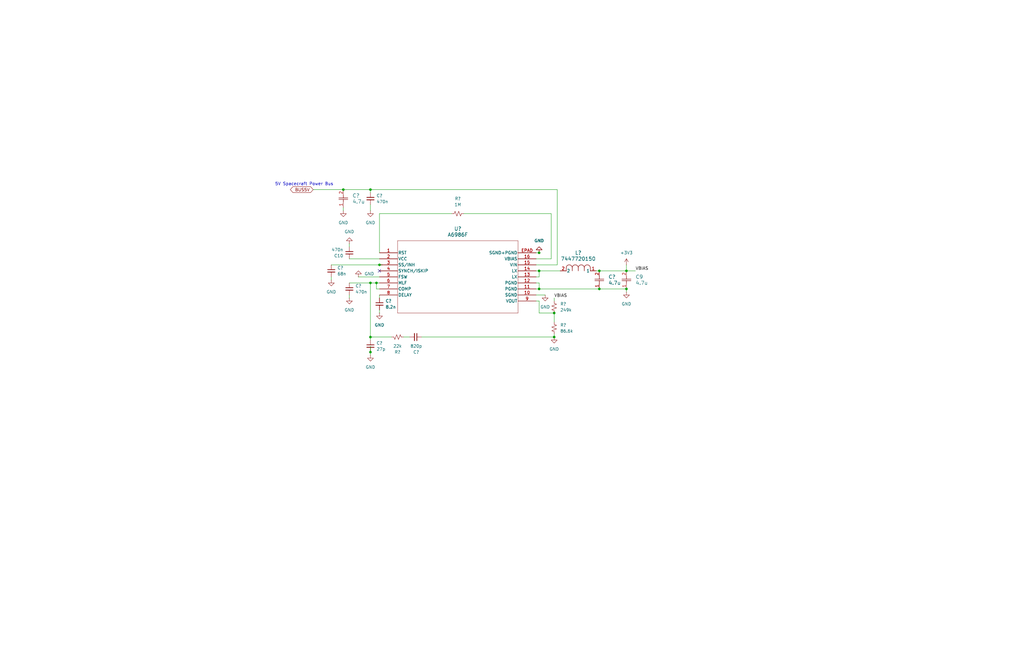
<source format=kicad_sch>
(kicad_sch (version 20231120) (generator "eeschema") (generator_version "8.0")
  (paper "USLedger")
  (lib_symbols
    (symbol "A6986F:A6986F" (pin_names (offset 0.254))
      (property "Reference" "U" (at 33.02 10.16 0))
      (property "Value" "A6986F" (at 33.02 7.62 0))
      (symbol "A6986F_0_1"
        (polyline (pts (xy 7.62 -25.4) (xy 58.42 -25.4)) (stroke (width 0.127)))
        (polyline (pts (xy 7.62 5.08) (xy 7.62 -25.4)) (stroke (width 0.127)))
        (polyline (pts (xy 58.42 -25.4) (xy 58.42 5.08)) (stroke (width 0.127)))
        (polyline (pts (xy 58.42 5.08) (xy 7.62 5.08)) (stroke (width 0.127)))
        (pin unspecified line (at 0 0 0) (length 7.62) (name "RST") (number "1"))
        (pin power_out line (at 66.04 -17.78 180) (length 7.62) (name "SGND") (number "10"))
        (pin power_out line (at 66.04 -15.24 180) (length 7.62) (name "PGND") (number "11"))
        (pin unspecified line (at 66.04 -10.16 180) (length 7.62) (name "LX") (number "13"))
        (pin unspecified line (at 66.04 -7.62 180) (length 7.62) (name "LX") (number "14"))
        (pin unspecified line (at 66.04 -5.08 180) (length 7.62) (name "VIN") (number "15"))
        (pin unspecified line (at 66.04 -2.54 180) (length 7.62) (name "VBIAS") (number "16"))
        (pin unspecified line (at 0 -5.08 0) (length 7.62) (name "SS/INH") (number "3"))
        (pin unspecified line (at 0 -7.62 0) (length 7.62) (name "SYNCH/ISKIP") (number "4"))
        (pin unspecified line (at 0 -10.16 0) (length 7.62) (name "FSW") (number "5"))
        (pin unspecified line (at 0 -12.7 0) (length 7.62) (name "MLF") (number "6"))
        (pin unspecified line (at 0 -15.24 0) (length 7.62) (name "COMP") (number "7"))
        (pin unspecified line (at 0 -17.78 0) (length 7.62) (name "DELAY") (number "8"))
        (pin output line (at 66.04 -20.32 180) (length 7.62) (name "VOUT") (number "9"))
      )
      (symbol "A6986F_1_1"
        (pin passive line (at 66.04 -12.7 180) (length 7.62) (name "PGND") (number "12"))
        (pin passive line (at 0 -2.54 0) (length 7.62) (name "VCC") (number "2"))
        (pin passive line (at 66.04 0 180) (length 7.62) (name "SGND+PGND") (number "EPAD"))
      )
    )
    (symbol "Cin:GRM219R61A475KE34D" (pin_names (offset 0.254))
      (property "Reference" "C" (at 3.81 3.81 0))
      (property "Value" "GRM219R61A475KE34D" (at 3.81 -3.81 0))
      (symbol "GRM219R61A475KE34D_1_1"
        (polyline (pts (xy 2.54 0) (xy 3.4798 0)) (stroke (width 0.2032)))
        (polyline (pts (xy 3.4798 -1.905) (xy 3.4798 1.905)) (stroke (width 0.2032)))
        (polyline (pts (xy 4.1148 -1.905) (xy 4.1148 1.905)) (stroke (width 0.2032)))
        (polyline (pts (xy 4.1148 0) (xy 5.08 0)) (stroke (width 0.2032)))
        (pin passive line (at 0 0 0) (length 2.54) (name "") (number "1"))
        (pin passive line (at 7.62 0 180) (length 2.54) (name "") (number "2"))
      )
      (symbol "GRM219R61A475KE34D_1_2"
        (polyline (pts (xy -1.905 -4.1148) (xy 1.905 -4.1148)) (stroke (width 0.2032)))
        (polyline (pts (xy -1.905 -3.4798) (xy 1.905 -3.4798)) (stroke (width 0.2032)))
        (polyline (pts (xy 0 -4.1148) (xy 0 -5.08)) (stroke (width 0.2032)))
        (polyline (pts (xy 0 -2.54) (xy 0 -3.4798)) (stroke (width 0.2032)))
        (pin unspecified line (at 0 0 270) (length 2.54) (name "") (number "1"))
        (pin unspecified line (at 0 -7.62 90) (length 2.54) (name "") (number "2"))
      )
    )
    (symbol "Cout:GRM155R60J475ME87D" (pin_names (offset 0.254))
      (property "Reference" "C" (at 3.81 3.81 0))
      (property "Value" "GRM155R60J475ME87D" (at 3.81 -3.81 0))
      (symbol "GRM155R60J475ME87D_1_1"
        (polyline (pts (xy 2.54 0) (xy 3.4798 0)) (stroke (width 0.2032)))
        (polyline (pts (xy 3.4798 -1.905) (xy 3.4798 1.905)) (stroke (width 0.2032)))
        (polyline (pts (xy 4.1148 -1.905) (xy 4.1148 1.905)) (stroke (width 0.2032)))
        (polyline (pts (xy 4.1148 0) (xy 5.08 0)) (stroke (width 0.2032)))
        (pin unspecified line (at 0 0 0) (length 2.54) (name "") (number "1"))
        (pin unspecified line (at 7.62 0 180) (length 2.54) (name "") (number "2"))
      )
      (symbol "GRM155R60J475ME87D_1_2"
        (polyline (pts (xy -1.905 -4.1148) (xy 1.905 -4.1148)) (stroke (width 0.2032)))
        (polyline (pts (xy -1.905 -3.4798) (xy 1.905 -3.4798)) (stroke (width 0.2032)))
        (polyline (pts (xy 0 -4.1148) (xy 0 -5.08)) (stroke (width 0.2032)))
        (polyline (pts (xy 0 -2.54) (xy 0 -3.4798)) (stroke (width 0.2032)))
        (pin unspecified line (at 0 0 270) (length 2.54) (name "") (number "1"))
        (pin unspecified line (at 0 -7.62 90) (length 2.54) (name "") (number "2"))
      )
    )
    (symbol "Device:C_Small" (pin_numbers hide) (pin_names (offset 0.254) hide)
      (property "Reference" "C" (at 0.254 1.778 0))
      (property "Value" "C_Small" (at 0.254 -2.032 0))
      (symbol "C_Small_0_1"
        (polyline (pts (xy -1.524 -0.508) (xy 1.524 -0.508)) (stroke (width 0.3302)))
        (polyline (pts (xy -1.524 0.508) (xy 1.524 0.508)) (stroke (width 0.3048)))
      )
      (symbol "C_Small_1_1"
        (pin passive line (at 0 2.54 270) (length 2.032) (name "~") (number "1"))
        (pin passive line (at 0 -2.54 90) (length 2.032) (name "~") (number "2"))
      )
    )
    (symbol "Device:R_Small_US" (pin_numbers hide) (pin_names (offset 0.254) hide)
      (property "Reference" "R" (at 0.762 0.508 0))
      (property "Value" "R_Small_US" (at 0.762 -1.016 0))
      (symbol "R_Small_US_1_1"
        (polyline (pts (xy 0 0) (xy 1.016 -0.381) (xy 0 -0.762) (xy -1.016 -1.143) (xy 0 -1.524)))
        (polyline (pts (xy 0 1.524) (xy 1.016 1.143) (xy 0 0.762) (xy -1.016 0.381) (xy 0 0)))
        (pin passive line (at 0 2.54 270) (length 1.016) (name "~") (number "1"))
        (pin passive line (at 0 -2.54 90) (length 1.016) (name "~") (number "2"))
      )
    )
    (symbol "L1:7447720150" (pin_names (offset 0.254))
      (property "Reference" "L" (at 6.985 5.08 0))
      (property "Value" "7447720150" (at 6.985 -2.54 0))
      (symbol "7447720150_1_1"
        (polyline (pts (xy 2.54 0) (xy 2.54 1.27)) (stroke (width 0.2032)))
        (polyline (pts (xy 5.08 0) (xy 5.08 1.27)) (stroke (width 0.2032)))
        (polyline (pts (xy 7.62 0) (xy 7.62 1.27)) (stroke (width 0.2032)))
        (polyline (pts (xy 10.16 0) (xy 10.16 1.27)) (stroke (width 0.2032)))
        (polyline (pts (xy 12.7 0) (xy 12.7 1.27)) (stroke (width 0.2032)))
        (arc (start 5.08 1.27) (mid 3.81 2.5344) (end 2.54 1.27) (stroke (width 0.2032)))
        (arc (start 7.62 1.27) (mid 6.35 2.5344) (end 5.08 1.27) (stroke (width 0.2032)))
        (arc (start 10.16 1.27) (mid 8.89 2.5344) (end 7.62 1.27) (stroke (width 0.2032)))
        (arc (start 12.7 1.27) (mid 11.43 2.5344) (end 10.16 1.27) (stroke (width 0.2032)))
        (pin unspecified line (at 15.24 0 180) (length 2.54) (name "1") (number "1"))
        (pin unspecified line (at 0 0 0) (length 2.54) (name "2") (number "2"))
      )
      (symbol "7447720150_1_2"
        (arc (start -1.27 5.08) (mid -2.5344 3.81) (end -1.27 2.54) (stroke (width 0.2032)))
        (arc (start -1.27 7.62) (mid -2.5344 6.35) (end -1.27 5.08) (stroke (width 0.2032)))
        (arc (start -1.27 10.16) (mid -2.5344 8.89) (end -1.27 7.62) (stroke (width 0.2032)))
        (arc (start -1.27 12.7) (mid -2.5344 11.43) (end -1.27 10.16) (stroke (width 0.2032)))
        (polyline (pts (xy 0 2.54) (xy -1.27 2.54)) (stroke (width 0.2032)))
        (polyline (pts (xy 0 5.08) (xy -1.27 5.08)) (stroke (width 0.2032)))
        (polyline (pts (xy 0 7.62) (xy -1.27 7.62)) (stroke (width 0.2032)))
        (polyline (pts (xy 0 10.16) (xy -1.27 10.16)) (stroke (width 0.2032)))
        (polyline (pts (xy 0 12.7) (xy -1.27 12.7)) (stroke (width 0.2032)))
        (pin unspecified line (at 0 15.24 270) (length 2.54) (name "1") (number "1"))
        (pin unspecified line (at 0 0 90) (length 2.54) (name "2") (number "2"))
      )
    )
    (symbol "power:+3V3" (power) (pin_numbers hide) (pin_names (offset 0) hide)
      (property "Value" "+3V3" (at 0 5.08 0))
      (symbol "+3V3_0_1"
        (polyline (pts (xy -0.762 1.27) (xy 0 2.54)))
        (polyline (pts (xy 0 0) (xy 0 2.54)))
        (polyline (pts (xy 0 2.54) (xy 0.762 1.27)))
      )
      (symbol "+3V3_1_1"
        (pin power_out line (at 0 0 90) (length 0) (name "~") (number "1"))
      )
    )
    (symbol "power:GND" (power) (pin_numbers hide) (pin_names (offset 0) hide)
      (property "Value" "GND" (at 0 -3.81 0))
      (symbol "GND_0_1"
        (polyline (pts (xy 0 0) (xy 0 -1.27) (xy 1.27 -1.27) (xy 0 -2.54) (xy -1.27 -1.27) (xy 0 -1.27)))
      )
      (symbol "GND_1_1"
        (pin power_in line (at 0 0 270) (length 0) (name "~") (number "1"))
      )
    )
  )
  (junction (at 158.75 119.38))
  (junction (at 144.78 80.01))
  (junction (at 227.33 114.3))
  (junction (at 233.68 132.08))
  (junction (at 156.21 119.38))
  (junction (at 264.16 121.92))
  (junction (at 252.73 121.92))
  (junction (at 227.33 121.92))
  (junction (at 156.21 148.59))
  (junction (at 227.33 106.68))
  (junction (at 156.21 80.01))
  (junction (at 156.21 142.24))
  (junction (at 252.73 114.3))
  (junction (at 160.02 111.76))
  (junction (at 233.68 142.24))
  (junction (at 264.16 114.3))
  (no_connect (at 160.02 114.3))
  (wire (pts (xy 227.33 116.84) (xy 227.33 114.3)))
  (wire (pts (xy 226.06 121.92) (xy 227.33 121.92)))
  (wire (pts (xy 144.78 80.01) (xy 156.21 80.01)))
  (wire (pts (xy 160.02 90.17) (xy 190.5 90.17)))
  (wire (pts (xy 160.02 109.22) (xy 147.32 109.22)))
  (wire (pts (xy 151.13 116.84) (xy 160.02 116.84)))
  (wire (pts (xy 233.68 132.08) (xy 233.68 135.89)))
  (wire (pts (xy 170.18 142.24) (xy 172.72 142.24)))
  (wire (pts (xy 234.95 111.76) (xy 226.06 111.76)))
  (wire (pts (xy 232.41 90.17) (xy 232.41 109.22)))
  (wire (pts (xy 226.06 116.84) (xy 227.33 116.84)))
  (wire (pts (xy 264.16 114.3) (xy 267.97 114.3)))
  (wire (pts (xy 227.33 119.38) (xy 227.33 121.92)))
  (wire (pts (xy 264.16 111.76) (xy 264.16 114.3)))
  (wire (pts (xy 156.21 80.01) (xy 234.95 80.01)))
  (wire (pts (xy 156.21 86.36) (xy 156.21 88.9)))
  (wire (pts (xy 252.73 121.92) (xy 264.16 121.92)))
  (wire (pts (xy 227.33 121.92) (xy 252.73 121.92)))
  (wire (pts (xy 156.21 119.38) (xy 156.21 142.24)))
  (wire (pts (xy 139.7 111.76) (xy 160.02 111.76)))
  (wire (pts (xy 195.58 90.17) (xy 232.41 90.17)))
  (wire (pts (xy 227.33 132.08) (xy 227.33 127)))
  (wire (pts (xy 232.41 109.22) (xy 226.06 109.22)))
  (wire (pts (xy 227.33 132.08) (xy 233.68 132.08)))
  (wire (pts (xy 132.08 80.01) (xy 144.78 80.01)))
  (wire (pts (xy 147.32 119.38) (xy 156.21 119.38)))
  (wire (pts (xy 158.75 119.38) (xy 156.21 119.38)))
  (wire (pts (xy 156.21 142.24) (xy 165.1 142.24)))
  (wire (pts (xy 160.02 124.46) (xy 160.02 125.73)))
  (wire (pts (xy 226.06 124.46) (xy 229.87 124.46)))
  (wire (pts (xy 147.32 104.14) (xy 147.32 102.87)))
  (wire (pts (xy 226.06 106.68) (xy 227.33 106.68)))
  (wire (pts (xy 139.7 116.84) (xy 139.7 118.11)))
  (wire (pts (xy 158.75 121.92) (xy 160.02 121.92)))
  (wire (pts (xy 227.33 127) (xy 226.06 127)))
  (wire (pts (xy 147.32 124.46) (xy 147.32 125.73)))
  (wire (pts (xy 233.68 125.73) (xy 233.68 127)))
  (wire (pts (xy 177.8 142.24) (xy 233.68 142.24)))
  (wire (pts (xy 226.06 114.3) (xy 227.33 114.3)))
  (wire (pts (xy 160.02 130.81) (xy 160.02 132.08)))
  (wire (pts (xy 251.46 114.3) (xy 252.73 114.3)))
  (wire (pts (xy 160.02 111.76) (xy 161.29 111.76)))
  (wire (pts (xy 226.06 119.38) (xy 227.33 119.38)))
  (wire (pts (xy 158.75 119.38) (xy 160.02 119.38)))
  (wire (pts (xy 156.21 81.28) (xy 156.21 80.01)))
  (wire (pts (xy 160.02 106.68) (xy 160.02 90.17)))
  (wire (pts (xy 264.16 121.92) (xy 264.16 123.19)))
  (wire (pts (xy 144.78 87.63) (xy 144.78 88.9)))
  (wire (pts (xy 156.21 146.05) (xy 156.21 148.59)))
  (wire (pts (xy 252.73 114.3) (xy 264.16 114.3)))
  (wire (pts (xy 227.33 114.3) (xy 236.22 114.3)))
  (wire (pts (xy 233.68 140.97) (xy 233.68 142.24)))
  (wire (pts (xy 156.21 143.51) (xy 156.21 142.24)))
  (wire (pts (xy 234.95 80.01) (xy 234.95 111.76)))
  (wire (pts (xy 158.75 119.38) (xy 158.75 121.92)))
  (wire (pts (xy 156.21 149.86) (xy 156.21 148.59)))
  (text "5V Spacecraft Power Bus" (at 128.27 77.724 0) (effects (font (size 1.27 1.27))))
  (label "VBIAS" (at 267.97 114.3 0))
  (label "VBIAS" (at 233.68 125.73 0))
  (global_label "BUS5V" (shape bidirectional) (at 132.08 80.01 180) (property "Intersheetrefs" "${INTERSHEET_REFS}" (effects (hide yes))))
  (symbol (lib_id "Device:R_Small_US") (at 233.68 138.43 0) (unit 1)
    (property "Reference" "R?" (at 236.22 137.1599 0) (effects (justify left)))
    (property "Value" "86.6k" (at 236.22 139.6999 0) (effects (justify left)))
    (property "Description" "Resistor, small US symbol" (effects (hide yes)))
  )
  (symbol (lib_id "power:GND") (at 147.32 125.73 0) (unit 1)
    (property "Reference" "#PWR?" (effects (hide yes)))
    (property "Value" "GND" (at 147.32 130.81 0))
    (property "Description" "Power symbol creates a global label with name \"GND\" , ground" (effects (hide yes)))
  )
  (symbol (lib_id "Device:C_Small") (at 156.21 83.82 0) (unit 1)
    (property "Reference" "C?" (at 158.75 82.5562 0) (effects (justify left)))
    (property "Value" "470n" (at 158.75 85.0962 0) (effects (justify left)))
    (property "Description" "Unpolarized capacitor, small symbol" (effects (hide yes)))
  )
  (symbol (lib_id "power:GND") (at 156.21 88.9 0) (unit 1)
    (property "Reference" "#PWR?" (effects (hide yes)))
    (property "Value" "GND" (at 156.21 93.98 0))
    (property "Description" "Power symbol creates a global label with name \"GND\" , ground" (effects (hide yes)))
  )
  (symbol (lib_id "power:GND") (at 227.33 106.68 180) (unit 1)
    (property "Reference" "#PWR?" (effects (hide yes)))
    (property "Value" "GND" (at 227.33 101.6 0))
    (property "Description" "Power symbol creates a global label with name \"GND\" , ground" (effects (hide yes)))
  )
  (symbol (lib_id "Device:C_Small") (at 147.32 121.92 0) (unit 1)
    (property "Reference" "C?" (at 149.86 120.6562 0) (effects (justify left)))
    (property "Value" "470n" (at 149.86 123.1962 0) (effects (justify left)))
    (property "Description" "Unpolarized capacitor, small symbol" (effects (hide yes)))
  )
  (symbol (lib_id "power:GND") (at 233.68 142.24 0) (unit 1)
    (property "Reference" "#PWR?" (effects (hide yes)))
    (property "Value" "GND" (at 233.68 147.32 0))
    (property "Description" "Power symbol creates a global label with name \"GND\" , ground" (effects (hide yes)))
  )
  (symbol (lib_id "power:GND") (at 229.87 124.46 0) (unit 1)
    (property "Reference" "#PWR013" (effects (hide yes)))
    (property "Value" "GND" (at 229.87 129.54 0))
    (property "Description" "Power symbol creates a global label with name \"GND\" , ground" (effects (hide yes)))
  )
  (symbol (lib_id "power:GND") (at 264.16 123.19 0) (unit 1)
    (property "Reference" "#PWR?" (effects (hide yes)))
    (property "Value" "GND" (at 264.16 128.27 0))
    (property "Description" "Power symbol creates a global label with name \"GND\" , ground" (effects (hide yes)))
  )
  (symbol (lib_id "Device:C_Small") (at 156.21 146.05 0) (unit 1)
    (property "Reference" "C?" (at 158.75 144.7862 0) (effects (justify left)))
    (property "Value" "27p" (at 158.75 147.3262 0) (effects (justify left)))
    (property "Description" "Unpolarized capacitor, small symbol" (effects (hide yes)))
  )
  (symbol (lib_id "Device:C_Small") (at 175.26 142.24 270) (mirror x) (unit 1)
    (property "Reference" "C?" (at 175.514 148.59 90))
    (property "Value" "820p" (at 175.514 146.05 90))
    (property "Description" "Unpolarized capacitor, small symbol" (effects (hide yes)))
  )
  (symbol (lib_id "Device:C_Small") (at 160.02 128.27 0) (unit 1)
    (property "Reference" "C?" (at 162.56 127.0062 0) (effects (justify left)))
    (property "Value" "8.2n" (at 162.56 129.5462 0) (effects (justify left)))
    (property "Description" "Unpolarized capacitor, small symbol" (effects (hide yes)))
  )
  (symbol (lib_id "Device:C_Small") (at 139.7 114.3 0) (unit 1)
    (property "Reference" "C?" (at 142.24 113.0362 0) (effects (justify left)))
    (property "Value" "68n" (at 142.24 115.5762 0) (effects (justify left)))
    (property "Description" "Unpolarized capacitor, small symbol" (effects (hide yes)))
  )
  (symbol (lib_id "Cin:GRM219R61A475KE34D") (at 144.78 87.63 90) (unit 1)
    (property "Reference" "C?" (at 148.59 82.5499 90) (effects (font (size 1.524 1.524)) (justify right)))
    (property "Value" "4.7u" (at 148.59 85.0899 90) (effects (font (size 1.524 1.524)) (justify right)))
    (property "Footprint" "CAP_GRM21_MUR" (effects (hide yes)))
    (property "Datasheet" "GRM219R61A475KE34D" (effects (hide yes)))
  )
  (symbol (lib_id "power:GND") (at 147.32 102.87 180) (unit 1)
    (property "Reference" "#PWR015" (effects (hide yes)))
    (property "Value" "GND" (at 147.32 97.79 0))
    (property "Description" "Power symbol creates a global label with name \"GND\" , ground" (effects (hide yes)))
  )
  (symbol (lib_id "Cout:GRM155R60J475ME87D") (at 252.73 121.92 90) (unit 1)
    (property "Reference" "C?" (at 256.54 116.8399 90) (effects (font (size 1.524 1.524)) (justify right)))
    (property "Value" "4.7u" (at 256.54 119.3799 90) (effects (font (size 1.524 1.524)) (justify right)))
    (property "Footprint" "CAP_GRM15-5_MUR" (effects (hide yes)))
    (property "Datasheet" "GRM155R60J475ME87D" (effects (hide yes)))
  )
  (symbol (lib_id "Device:R_Small_US") (at 233.68 129.54 0) (unit 1)
    (property "Reference" "R?" (at 236.22 128.2699 0) (effects (justify left)))
    (property "Value" "249k" (at 236.22 130.8099 0) (effects (justify left)))
    (property "Description" "Resistor, small US symbol" (effects (hide yes)))
  )
  (symbol (lib_id "power:GND") (at 151.13 116.84 180) (unit 1)
    (property "Reference" "#PWR?" (effects (hide yes)))
    (property "Value" "GND" (at 153.67 115.5699 0) (effects (justify right)))
    (property "Description" "Power symbol creates a global label with name \"GND\" , ground" (effects (hide yes)))
  )
  (symbol (lib_id "Device:R_Small_US") (at 167.64 142.24 90) (mirror x) (unit 1)
    (property "Reference" "R?" (at 167.64 148.59 90))
    (property "Value" "22k" (at 167.64 146.05 90))
    (property "Description" "Resistor, small US symbol" (effects (hide yes)))
  )
  (symbol (lib_id "A6986F:A6986F") (at 160.02 106.68 0) (unit 1)
    (property "Reference" "U?" (at 193.04 96.52 0) (effects (font (size 1.524 1.524))))
    (property "Value" "A6986F" (at 193.04 99.06 0) (effects (font (size 1.524 1.524))))
    (property "Footprint" "HTSSOP_986F_STM" (effects (hide yes)))
    (property "Datasheet" "A6986F" (effects (hide yes)))
  )
  (symbol (lib_id "L1:7447720150") (at 236.22 114.3 0) (unit 1)
    (property "Reference" "L?" (at 243.84 106.68 0) (effects (font (size 1.524 1.524))))
    (property "Value" "7447720150" (at 243.84 109.22 0) (effects (font (size 1.524 1.524))))
    (property "Footprint" "IND_8095-WE-TI_8p3x10x5_WRE" (effects (hide yes)))
    (property "Datasheet" "7447720150" (effects (hide yes)))
  )
  (symbol (lib_id "Cout:GRM155R60J475ME87D") (at 264.16 121.92 90) (unit 1)
    (property "Reference" "C9" (at 267.97 116.8399 90) (effects (font (size 1.524 1.524)) (justify right)))
    (property "Value" "4.7u" (at 267.97 119.3799 90) (effects (font (size 1.524 1.524)) (justify right)))
    (property "Footprint" "CAP_GRM15-5_MUR" (effects (hide yes)))
    (property "Datasheet" "GRM155R60J475ME87D" (effects (hide yes)))
  )
  (symbol (lib_id "power:GND") (at 144.78 88.9 0) (unit 1)
    (property "Reference" "#PWR?" (effects (hide yes)))
    (property "Value" "GND" (at 144.78 93.98 0))
    (property "Description" "Power symbol creates a global label with name \"GND\" , ground" (effects (hide yes)))
  )
  (symbol (lib_id "Device:C_Small") (at 147.32 106.68 180) (unit 1)
    (property "Reference" "C10" (at 144.78 107.9438 0) (effects (justify left)))
    (property "Value" "470n" (at 144.78 105.4038 0) (effects (justify left)))
    (property "Description" "Unpolarized capacitor, small symbol" (effects (hide yes)))
  )
  (symbol (lib_id "power:GND") (at 227.33 106.68 180) (unit 1)
    (property "Reference" "#PWR?" (effects (hide yes)))
    (property "Value" "GND" (at 227.33 101.6 0))
    (property "Description" "Power symbol creates a global label with name \"GND\" , ground" (effects (hide yes)))
  )
  (symbol (lib_id "power:GND") (at 160.02 132.08 0) (unit 1)
    (property "Reference" "#PWR?" (effects (hide yes)))
    (property "Value" "GND" (at 160.02 137.16 0))
    (property "Description" "Power symbol creates a global label with name \"GND\" , ground" (effects (hide yes)))
  )
  (symbol (lib_id "power:GND") (at 139.7 118.11 0) (unit 1)
    (property "Reference" "#PWR?" (effects (hide yes)))
    (property "Value" "GND" (at 139.7 123.19 0))
    (property "Description" "Power symbol creates a global label with name \"GND\" , ground" (effects (hide yes)))
  )
  (symbol (lib_id "power:+3V3") (at 264.16 111.76 0) (unit 1)
    (property "Reference" "#PWR?" (effects (hide yes)))
    (property "Value" "+3V3" (at 264.16 106.68 0))
    (property "Description" "Power symbol creates a global label with name \"+3V3\"" (effects (hide yes)))
  )
  (symbol (lib_id "power:GND") (at 156.21 149.86 0) (unit 1)
    (property "Reference" "#PWR?" (effects (hide yes)))
    (property "Value" "GND" (at 156.21 154.94 0))
    (property "Description" "Power symbol creates a global label with name \"GND\" , ground" (effects (hide yes)))
  )
  (symbol (lib_id "Device:R_Small_US") (at 193.04 90.17 90) (unit 1)
    (property "Reference" "R?" (at 193.04 83.82 90))
    (property "Value" "1M" (at 193.04 86.36 90))
    (property "Description" "Resistor, small US symbol" (effects (hide yes)))
  )
)
</source>
